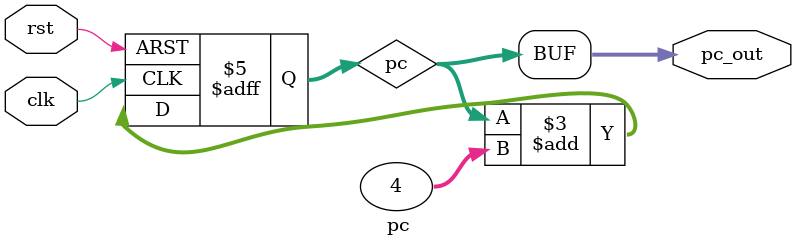
<source format=v>
module pc(
    input clk,
    input rst,
    output [31:0] pc_out
);

reg [31:0] pc = 32'h80000000;
always @(posedge clk or negedge rst) begin
    if(!rst) begin
        pc <= 32'h80000000;
    end else begin
        pc <= pc + 4;
    end
end

assign pc_out = pc;

endmodule

</source>
